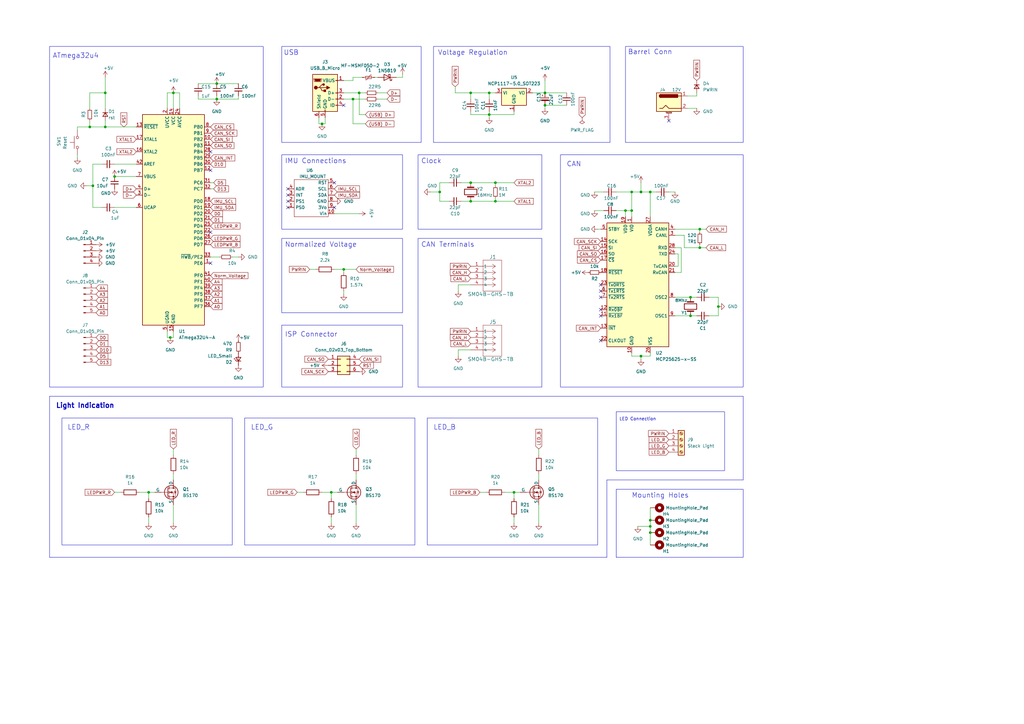
<source format=kicad_sch>
(kicad_sch (version 20231120) (generator "eeschema") (generator_version "8.0")
  (paper "A3")
  (junction (at 200.66 46.99))
  (junction (at 140.97 110.49))
  (junction (at 193.04 38.1))
  (junction (at 287.02 101.6))
  (junction (at 294.64 125.73))
  (junction (at 256.54 86.36))
  (junction (at 135.89 201.93))
  (junction (at 147.32 38.1))
  (junction (at 193.04 82.55))
  (junction (at 266.7 215.9))
  (junction (at 223.52 43.18))
  (junction (at 200.66 38.1))
  (junction (at 193.04 74.93))
  (junction (at 60.96 201.93))
  (junction (at 43.18 38.1))
  (junction (at 223.52 38.1))
  (junction (at 266.7 213.36))
  (junction (at 203.2 82.55))
  (junction (at 36.83 52.07))
  (junction (at 38.1 76.2))
  (junction (at 210.82 201.93))
  (junction (at 88.9 40.64))
  (junction (at 46.99 72.39))
  (junction (at 88.9 34.29))
  (junction (at 69.85 138.43))
  (junction (at 283.21 121.92))
  (junction (at 203.2 74.93))
  (junction (at 283.21 129.54))
  (junction (at 287.02 93.98))
  (junction (at 144.78 40.64))
  (junction (at 71.12 38.1))
  (junction (at 259.08 78.74))
  (junction (at 259.08 86.36))
  (junction (at 180.34 78.74))
  (junction (at 43.18 52.07))
  (junction (at 132.08 50.8))
  (junction (at 262.89 146.05))
  (junction (at 266.7 218.44))
  (junction (at 266.7 78.74))
  (junction (at 262.89 78.74))
  (no_connect (at 137.16 85.09))
  (no_connect (at 118.11 82.55))
  (no_connect (at 246.38 116.84))
  (no_connect (at 140.97 43.18))
  (no_connect (at 118.11 77.47))
  (no_connect (at 118.11 85.09))
  (no_connect (at 86.36 95.25))
  (no_connect (at 246.38 129.54))
  (no_connect (at 246.38 127))
  (no_connect (at 274.32 49.53))
  (no_connect (at 86.36 107.95))
  (no_connect (at 246.38 139.7))
  (no_connect (at 86.36 69.85))
  (no_connect (at 86.36 62.23))
  (no_connect (at 137.16 74.93))
  (no_connect (at 246.38 121.92))
  (no_connect (at 246.38 119.38))
  (no_connect (at 118.11 80.01))
  (wire (pts (xy 259.08 78.74) (xy 262.89 78.74)))
  (wire (pts (xy 137.16 110.49) (xy 140.97 110.49)))
  (wire (pts (xy 132.08 201.93) (xy 135.89 201.93)))
  (wire (pts (xy 200.66 46.99) (xy 200.66 48.26)))
  (wire (pts (xy 262.89 146.05) (xy 266.7 146.05)))
  (wire (pts (xy 218.44 38.1) (xy 223.52 38.1)))
  (wire (pts (xy 276.86 101.6) (xy 279.4 101.6)))
  (wire (pts (xy 186.69 35.56) (xy 186.69 38.1)))
  (wire (pts (xy 35.56 76.2) (xy 38.1 76.2)))
  (wire (pts (xy 262.89 147.32) (xy 262.89 146.05)))
  (wire (pts (xy 87.63 77.47) (xy 86.36 77.47)))
  (wire (pts (xy 289.56 93.98) (xy 287.02 93.98)))
  (wire (pts (xy 193.04 38.1) (xy 193.04 40.64)))
  (wire (pts (xy 140.97 33.02) (xy 144.78 33.02)))
  (wire (pts (xy 287.02 101.6) (xy 280.67 101.6)))
  (wire (pts (xy 43.18 31.75) (xy 43.18 38.1)))
  (polyline (pts (xy 248.92 196.85) (xy 248.92 228.6)))
  (wire (pts (xy 200.66 38.1) (xy 200.66 40.64)))
  (wire (pts (xy 71.12 138.43) (xy 69.85 138.43)))
  (wire (pts (xy 279.4 101.6) (xy 279.4 111.76)))
  (wire (pts (xy 140.97 40.64) (xy 144.78 40.64)))
  (wire (pts (xy 176.53 78.74) (xy 180.34 78.74)))
  (wire (pts (xy 73.66 44.45) (xy 73.66 38.1)))
  (wire (pts (xy 31.75 53.34) (xy 31.75 52.07)))
  (wire (pts (xy 57.15 201.93) (xy 60.96 201.93)))
  (wire (pts (xy 146.05 207.01) (xy 146.05 214.63)))
  (wire (pts (xy 294.64 121.92) (xy 290.83 121.92)))
  (wire (pts (xy 187.96 143.51) (xy 193.04 143.51)))
  (wire (pts (xy 180.34 74.93) (xy 184.15 74.93)))
  (polyline (pts (xy 304.8 162.56) (xy 304.8 196.85)))
  (wire (pts (xy 147.32 38.1) (xy 149.86 38.1)))
  (polyline (pts (xy 20.32 162.56) (xy 304.8 162.56)))
  (wire (pts (xy 121.92 201.93) (xy 124.46 201.93)))
  (wire (pts (xy 285.75 39.37) (xy 285.75 38.1)))
  (wire (pts (xy 187.96 119.38) (xy 187.96 116.84)))
  (wire (pts (xy 287.02 95.25) (xy 287.02 93.98)))
  (wire (pts (xy 81.28 40.64) (xy 88.9 40.64)))
  (wire (pts (xy 71.12 184.15) (xy 71.12 186.69)))
  (wire (pts (xy 223.52 38.1) (xy 232.41 38.1)))
  (wire (pts (xy 281.94 39.37) (xy 285.75 39.37)))
  (wire (pts (xy 95.25 105.41) (xy 97.79 105.41)))
  (wire (pts (xy 68.58 138.43) (xy 69.85 138.43)))
  (wire (pts (xy 147.32 38.1) (xy 147.32 46.99)))
  (wire (pts (xy 60.96 201.93) (xy 60.96 204.47)))
  (wire (pts (xy 279.4 111.76) (xy 276.86 111.76)))
  (wire (pts (xy 38.1 85.09) (xy 41.91 85.09)))
  (wire (pts (xy 68.58 44.45) (xy 68.58 38.1)))
  (wire (pts (xy 135.89 201.93) (xy 135.89 204.47)))
  (wire (pts (xy 180.34 78.74) (xy 180.34 82.55)))
  (wire (pts (xy 68.58 38.1) (xy 71.12 38.1)))
  (wire (pts (xy 148.59 31.75) (xy 144.78 31.75)))
  (wire (pts (xy 46.99 72.39) (xy 55.88 72.39)))
  (wire (pts (xy 203.2 81.28) (xy 203.2 82.55)))
  (wire (pts (xy 133.35 48.26) (xy 133.35 50.8)))
  (wire (pts (xy 140.97 119.38) (xy 140.97 120.65)))
  (wire (pts (xy 137.16 87.63) (xy 147.32 87.63)))
  (wire (pts (xy 43.18 38.1) (xy 43.18 44.45)))
  (wire (pts (xy 262.89 74.93) (xy 262.89 78.74)))
  (wire (pts (xy 36.83 38.1) (xy 43.18 38.1)))
  (wire (pts (xy 266.7 88.9) (xy 266.7 78.74)))
  (wire (pts (xy 266.7 146.05) (xy 266.7 144.78)))
  (wire (pts (xy 223.52 43.18) (xy 232.41 43.18)))
  (wire (pts (xy 200.66 38.1) (xy 203.2 38.1)))
  (wire (pts (xy 220.98 194.31) (xy 220.98 196.85)))
  (wire (pts (xy 289.56 101.6) (xy 287.02 101.6)))
  (wire (pts (xy 71.12 207.01) (xy 71.12 214.63)))
  (wire (pts (xy 269.24 78.74) (xy 266.7 78.74)))
  (wire (pts (xy 68.58 135.89) (xy 68.58 138.43)))
  (wire (pts (xy 154.94 38.1) (xy 158.75 38.1)))
  (wire (pts (xy 256.54 86.36) (xy 259.08 86.36)))
  (wire (pts (xy 189.23 74.93) (xy 193.04 74.93)))
  (wire (pts (xy 71.12 38.1) (xy 71.12 44.45)))
  (wire (pts (xy 146.05 194.31) (xy 146.05 196.85)))
  (wire (pts (xy 154.94 40.64) (xy 158.75 40.64)))
  (wire (pts (xy 186.69 38.1) (xy 193.04 38.1)))
  (wire (pts (xy 256.54 86.36) (xy 256.54 88.9)))
  (wire (pts (xy 140.97 38.1) (xy 147.32 38.1)))
  (wire (pts (xy 276.86 104.14) (xy 278.13 104.14)))
  (polyline (pts (xy 304.8 196.85) (xy 248.92 196.85)))
  (wire (pts (xy 259.08 146.05) (xy 262.89 146.05)))
  (wire (pts (xy 88.9 39.37) (xy 88.9 40.64)))
  (wire (pts (xy 280.67 96.52) (xy 276.86 96.52)))
  (wire (pts (xy 71.12 135.89) (xy 71.12 138.43)))
  (wire (pts (xy 281.94 44.45) (xy 285.75 44.45)))
  (wire (pts (xy 87.63 74.93) (xy 86.36 74.93)))
  (wire (pts (xy 193.04 45.72) (xy 193.04 46.99)))
  (wire (pts (xy 210.82 46.99) (xy 200.66 46.99)))
  (wire (pts (xy 88.9 40.64) (xy 97.79 40.64)))
  (wire (pts (xy 144.78 40.64) (xy 144.78 50.8)))
  (wire (pts (xy 81.28 40.64) (xy 81.28 39.37)))
  (wire (pts (xy 266.7 208.28) (xy 266.7 213.36)))
  (wire (pts (xy 135.89 212.09) (xy 135.89 214.63)))
  (wire (pts (xy 189.23 82.55) (xy 193.04 82.55)))
  (wire (pts (xy 43.18 52.07) (xy 55.88 52.07)))
  (wire (pts (xy 252.73 86.36) (xy 256.54 86.36)))
  (wire (pts (xy 196.85 201.93) (xy 199.39 201.93)))
  (wire (pts (xy 140.97 110.49) (xy 146.05 110.49)))
  (wire (pts (xy 287.02 93.98) (xy 276.86 93.98)))
  (wire (pts (xy 210.82 201.93) (xy 210.82 204.47)))
  (wire (pts (xy 210.82 212.09) (xy 210.82 214.63)))
  (wire (pts (xy 41.91 67.31) (xy 38.1 67.31)))
  (wire (pts (xy 223.52 43.18) (xy 223.52 44.45)))
  (wire (pts (xy 193.04 46.99) (xy 200.66 46.99)))
  (wire (pts (xy 130.81 50.8) (xy 132.08 50.8)))
  (wire (pts (xy 193.04 82.55) (xy 203.2 82.55)))
  (wire (pts (xy 276.86 78.74) (xy 274.32 78.74)))
  (wire (pts (xy 223.52 33.02) (xy 223.52 38.1)))
  (wire (pts (xy 165.1 31.75) (xy 165.1 30.48)))
  (wire (pts (xy 86.36 105.41) (xy 90.17 105.41)))
  (wire (pts (xy 278.13 109.22) (xy 276.86 109.22)))
  (wire (pts (xy 46.99 85.09) (xy 55.88 85.09)))
  (wire (pts (xy 193.04 38.1) (xy 200.66 38.1)))
  (wire (pts (xy 287.02 100.33) (xy 287.02 101.6)))
  (wire (pts (xy 132.08 50.8) (xy 133.35 50.8)))
  (wire (pts (xy 38.1 67.31) (xy 38.1 76.2)))
  (polyline (pts (xy 20.32 228.6) (xy 20.32 162.56)))
  (wire (pts (xy 73.66 38.1) (xy 71.12 38.1)))
  (wire (pts (xy 36.83 49.53) (xy 36.83 52.07)))
  (wire (pts (xy 147.32 46.99) (xy 149.86 46.99)))
  (wire (pts (xy 38.1 76.2) (xy 38.1 85.09)))
  (wire (pts (xy 294.64 129.54) (xy 290.83 129.54)))
  (wire (pts (xy 55.88 67.31) (xy 46.99 67.31)))
  (wire (pts (xy 193.04 74.93) (xy 203.2 74.93)))
  (wire (pts (xy 266.7 215.9) (xy 266.7 218.44)))
  (wire (pts (xy 36.83 44.45) (xy 36.83 38.1)))
  (wire (pts (xy 210.82 201.93) (xy 213.36 201.93)))
  (wire (pts (xy 130.81 48.26) (xy 130.81 50.8)))
  (wire (pts (xy 60.96 212.09) (xy 60.96 214.63)))
  (wire (pts (xy 245.11 93.98) (xy 246.38 93.98)))
  (wire (pts (xy 210.82 45.72) (xy 210.82 46.99)))
  (wire (pts (xy 187.96 146.05) (xy 187.96 143.51)))
  (wire (pts (xy 36.83 52.07) (xy 43.18 52.07)))
  (wire (pts (xy 261.62 215.9) (xy 266.7 215.9)))
  (wire (pts (xy 243.84 86.36) (xy 247.65 86.36)))
  (wire (pts (xy 294.64 121.92) (xy 294.64 125.73)))
  (wire (pts (xy 276.86 121.92) (xy 283.21 121.92)))
  (wire (pts (xy 220.98 184.15) (xy 220.98 186.69)))
  (wire (pts (xy 81.28 34.29) (xy 88.9 34.29)))
  (wire (pts (xy 266.7 78.74) (xy 262.89 78.74)))
  (wire (pts (xy 144.78 40.64) (xy 149.86 40.64)))
  (wire (pts (xy 203.2 82.55) (xy 210.82 82.55)))
  (wire (pts (xy 144.78 50.8) (xy 149.86 50.8)))
  (wire (pts (xy 283.21 121.92) (xy 285.75 121.92)))
  (wire (pts (xy 31.75 52.07) (xy 36.83 52.07)))
  (polyline (pts (xy 248.92 228.6) (xy 20.32 228.6)))
  (wire (pts (xy 203.2 74.93) (xy 203.2 76.2)))
  (wire (pts (xy 278.13 104.14) (xy 278.13 109.22)))
  (wire (pts (xy 88.9 34.29) (xy 97.79 34.29)))
  (wire (pts (xy 144.78 31.75) (xy 144.78 33.02)))
  (wire (pts (xy 71.12 194.31) (xy 71.12 196.85)))
  (wire (pts (xy 46.99 201.93) (xy 49.53 201.93)))
  (wire (pts (xy 153.67 31.75) (xy 154.94 31.75)))
  (wire (pts (xy 60.96 201.93) (xy 63.5 201.93)))
  (wire (pts (xy 259.08 86.36) (xy 259.08 88.9)))
  (wire (pts (xy 162.56 31.75) (xy 165.1 31.75)))
  (wire (pts (xy 146.05 184.15) (xy 146.05 186.69)))
  (wire (pts (xy 252.73 78.74) (xy 259.08 78.74)))
  (wire (pts (xy 283.21 129.54) (xy 285.75 129.54)))
  (wire (pts (xy 135.89 201.93) (xy 138.43 201.93)))
  (wire (pts (xy 259.08 78.74) (xy 259.08 86.36)))
  (wire (pts (xy 276.86 129.54) (xy 283.21 129.54)))
  (wire (pts (xy 203.2 74.93) (xy 210.82 74.93)))
  (wire (pts (xy 180.34 82.55) (xy 184.15 82.55)))
  (wire (pts (xy 97.79 40.64) (xy 97.79 39.37)))
  (wire (pts (xy 140.97 111.76) (xy 140.97 110.49)))
  (wire (pts (xy 266.7 218.44) (xy 266.7 223.52)))
  (wire (pts (xy 127 110.49) (xy 129.54 110.49)))
  (wire (pts (xy 43.18 49.53) (xy 43.18 52.07)))
  (wire (pts (xy 243.84 78.74) (xy 247.65 78.74)))
  (wire (pts (xy 207.01 201.93) (xy 210.82 201.93)))
  (wire (pts (xy 266.7 213.36) (xy 266.7 215.9)))
  (wire (pts (xy 259.08 144.78) (xy 259.08 146.05)))
  (wire (pts (xy 31.75 63.5) (xy 31.75 64.77)))
  (wire (pts (xy 220.98 207.01) (xy 220.98 214.63)))
  (wire (pts (xy 280.67 101.6) (xy 280.67 96.52)))
  (wire (pts (xy 180.34 78.74) (xy 180.34 74.93)))
  (wire (pts (xy 294.64 129.54) (xy 294.64 125.73)))
  (wire (pts (xy 200.66 45.72) (xy 200.66 46.99)))
  (wire (pts (xy 187.96 116.84) (xy 193.04 116.84)))
  (rectangle (start 171.45 97.79) (end 222.25 158.75))
  (rectangle (start 256.54 19.05) (end 304.8 58.42))
  (rectangle (start 171.45 63.5) (end 222.25 93.98))
  (rectangle (start 115.57 133.35) (end 165.1 158.75))
  (rectangle (start 20.32 19.05) (end 107.95 158.75))
  (rectangle (start 100.33 171.45) (end 170.18 223.52))
  (rectangle (start 175.26 171.45) (end 245.11 223.52))
  (rectangle (start 252.73 200.66) (end 304.8 228.6))
  (rectangle (start 229.87 63.5) (end 304.8 158.75))
  (rectangle (start 115.57 19.05) (end 172.72 58.42))
  (rectangle (start 115.57 97.79) (end 165.1 128.27))
  (rectangle (start 25.4 171.45) (end 95.25 223.52))
  (rectangle (start 115.57 63.5) (end 165.1 93.98))
  (rectangle (start 252.73 168.91) (end 297.18 193.04))
  (rectangle (start 177.8 19.05) (end 250.19 58.42))
  (text "Mounting Holes" (at 259.08 204.47 0) (effects (font (size 2 2)) (justify left bottom)))
  (text "Voltage Regulation" (at 179.578 22.86 0) (effects (font (size 2 2)) (justify left bottom)))
  (text "CAN" (at 232.41 68.58 0) (effects (font (size 2 2)) (justify left bottom)))
  (text "CAN Terminals" (at 172.72 101.6 0) (effects (font (size 2 2)) (justify left bottom)))
  (text "USB\n" (at 116.332 22.86 0) (effects (font (size 2 2)) (justify left bottom)))
  (text "Light Indication" (at 22.86 167.64 0) (effects (font (size 2 2) (thickness 0.4) (bold yes)) (justify left bottom)))
  (text "Barrel Conn\n" (at 257.556 22.606 0) (effects (font (size 2 2)) (justify left bottom)))
  (text "LED_R" (at 27.686 176.53 0) (effects (font (size 2 2)) (justify left bottom)))
  (text "Normalized Voltage" (at 116.84 101.6 0) (effects (font (size 2 2)) (justify left bottom)))
  (text "ISP Connector\n" (at 116.84 138.43 0) (effects (font (size 2 2)) (justify left bottom)))
  (text "IMU Connections\n" (at 116.84 67.31 0) (effects (font (size 2 2)) (justify left bottom)))
  (text "Clock\n" (at 172.72 67.31 0) (effects (font (size 2 2)) (justify left bottom)))
  (text "LED Connection" (at 254 172.72 0) (effects (font (size 1.27 1.27)) (justify left bottom)))
  (text "LED_B\n" (at 177.8 176.53 0) (effects (font (size 2 2)) (justify left bottom)))
  (text "LED_G" (at 102.87 176.53 0) (effects (font (size 2 2)) (justify left bottom)))
  (text "ATmega32u4\n" (at 21.59 24.13 0) (effects (font (size 2 2)) (justify left bottom)))
  (global_label "D+" (shape input) (at 55.88 77.47 180) (property "Intersheetrefs" "${INTERSHEET_REFS}" (at 50.0524 77.47 0) (effects (justify right))))
  (global_label "A1" (shape input) (at 86.36 123.19 0) (property "Intersheetrefs" "${INTERSHEET_REFS}" (at 91.6433 123.19 0) (effects (justify left))))
  (global_label "PWRIN" (shape input) (at 193.04 109.22 180) (property "Intersheetrefs" "${INTERSHEET_REFS}" (at 184.1281 109.22 0) (effects (justify right))))
  (global_label "CAN_SO" (shape input) (at 246.38 104.14 180) (property "Intersheetrefs" "${INTERSHEET_REFS}" (at 236.1981 104.14 0) (effects (justify right))))
  (global_label "LED_B" (shape input) (at 220.98 184.15 90) (property "Intersheetrefs" "${INTERSHEET_REFS}" (at 220.98 175.4801 90) (effects (justify left))))
  (global_label "LED_R" (shape input) (at 274.32 180.34 180) (property "Intersheetrefs" "${INTERSHEET_REFS}" (at 265.6501 180.34 0) (effects (justify right))))
  (global_label "CAN_SI" (shape input) (at 86.36 57.15 0) (property "Intersheetrefs" "${INTERSHEET_REFS}" (at 95.8162 57.15 0) (effects (justify left))))
  (global_label "CAN_CS" (shape input) (at 86.36 52.07 0) (property "Intersheetrefs" "${INTERSHEET_REFS}" (at 96.4814 52.07 0) (effects (justify left))))
  (global_label "A2" (shape input) (at 86.36 120.65 0) (property "Intersheetrefs" "${INTERSHEET_REFS}" (at 91.6433 120.65 0) (effects (justify left))))
  (global_label "IMU_SCL" (shape input) (at 137.16 77.47 0) (property "Intersheetrefs" "${INTERSHEET_REFS}" (at 148.0071 77.47 0) (effects (justify left))))
  (global_label "CAN_SO" (shape input) (at 86.36 59.69 0) (property "Intersheetrefs" "${INTERSHEET_REFS}" (at 96.5419 59.69 0) (effects (justify left))))
  (global_label "D10" (shape input) (at 39.37 143.51 0) (property "Intersheetrefs" "${INTERSHEET_REFS}" (at 46.0442 143.51 0) (effects (justify left))))
  (global_label "(USB) D+" (shape input) (at 149.86 46.99 0) (property "Intersheetrefs" "${INTERSHEET_REFS}" (at 162.1586 46.99 0) (effects (justify left))))
  (global_label "A1" (shape input) (at 39.37 125.73 0) (property "Intersheetrefs" "${INTERSHEET_REFS}" (at 44.6533 125.73 0) (effects (justify left))))
  (global_label "IMU_SDA" (shape input) (at 86.36 85.09 0) (property "Intersheetrefs" "${INTERSHEET_REFS}" (at 97.2676 85.09 0) (effects (justify left))))
  (global_label "CAN_INT" (shape input) (at 86.36 64.77 0) (property "Intersheetrefs" "${INTERSHEET_REFS}" (at 96.9048 64.77 0) (effects (justify left))))
  (global_label "A0" (shape input) (at 86.36 125.73 0) (property "Intersheetrefs" "${INTERSHEET_REFS}" (at 91.6433 125.73 0) (effects (justify left))))
  (global_label "LEDPWR_B" (shape input) (at 86.36 100.33 0) (property "Intersheetrefs" "${INTERSHEET_REFS}" (at 99.0213 100.33 0) (effects (justify left))))
  (global_label "LED_R" (shape input) (at 71.12 184.15 90) (property "Intersheetrefs" "${INTERSHEET_REFS}" (at 71.12 175.4801 90) (effects (justify left))))
  (global_label "LEDPWR_G" (shape input) (at 121.92 201.93 180) (property "Intersheetrefs" "${INTERSHEET_REFS}" (at 109.2587 201.93 0) (effects (justify right))))
  (global_label "D0" (shape input) (at 86.36 87.63 0) (property "Intersheetrefs" "${INTERSHEET_REFS}" (at 91.8247 87.63 0) (effects (justify left))))
  (global_label "D13" (shape input) (at 39.37 148.59 0) (property "Intersheetrefs" "${INTERSHEET_REFS}" (at 46.0442 148.59 0) (effects (justify left))))
  (global_label "D1" (shape input) (at 39.37 140.97 0) (property "Intersheetrefs" "${INTERSHEET_REFS}" (at 44.8347 140.97 0) (effects (justify left))))
  (global_label "CAN_SCK" (shape input) (at 246.38 99.06 180) (property "Intersheetrefs" "${INTERSHEET_REFS}" (at 234.9886 99.06 0) (effects (justify right))))
  (global_label "D10" (shape input) (at 86.36 67.31 0) (property "Intersheetrefs" "${INTERSHEET_REFS}" (at 93.0342 67.31 0) (effects (justify left))))
  (global_label "D5" (shape input) (at 87.63 74.93 0) (property "Intersheetrefs" "${INTERSHEET_REFS}" (at 93.0947 74.93 0) (effects (justify left))))
  (global_label "LED_G" (shape input) (at 146.05 184.15 90) (property "Intersheetrefs" "${INTERSHEET_REFS}" (at 146.05 175.4801 90) (effects (justify left))))
  (global_label "IMU_SCL" (shape input) (at 86.36 82.55 0) (property "Intersheetrefs" "${INTERSHEET_REFS}" (at 97.2071 82.55 0) (effects (justify left))))
  (global_label "PWRIN" (shape input) (at 274.32 177.8 180) (property "Intersheetrefs" "${INTERSHEET_REFS}" (at 265.4081 177.8 0) (effects (justify right))))
  (global_label "D13" (shape input) (at 87.63 77.47 0) (property "Intersheetrefs" "${INTERSHEET_REFS}" (at 94.3042 77.47 0) (effects (justify left))))
  (global_label "A3" (shape input) (at 86.36 118.11 0) (property "Intersheetrefs" "${INTERSHEET_REFS}" (at 91.6433 118.11 0) (effects (justify left))))
  (global_label "D-" (shape input) (at 55.88 80.01 180) (property "Intersheetrefs" "${INTERSHEET_REFS}" (at 50.0524 80.01 0) (effects (justify right))))
  (global_label "CAN_SCK" (shape input) (at 134.62 152.4 180) (property "Intersheetrefs" "${INTERSHEET_REFS}" (at 123.2286 152.4 0) (effects (justify right))))
  (global_label "Norm_Voltage" (shape input) (at 146.05 110.49 0) (property "Intersheetrefs" "${INTERSHEET_REFS}" (at 161.9769 110.49 0) (effects (justify left))))
  (global_label "XTAL2" (shape input) (at 210.82 74.93 0) (property "Intersheetrefs" "${INTERSHEET_REFS}" (at 219.3085 74.93 0) (effects (justify left))))
  (global_label "PWRIN" (shape input) (at 193.04 135.89 180) (property "Intersheetrefs" "${INTERSHEET_REFS}" (at 184.1281 135.89 0) (effects (justify right))))
  (global_label "XTAL1" (shape input) (at 55.88 57.15 180) (property "Intersheetrefs" "${INTERSHEET_REFS}" (at 47.3915 57.15 0) (effects (justify right))))
  (global_label "RST" (shape input) (at 50.8 52.07 90) (property "Intersheetrefs" "${INTERSHEET_REFS}" (at 50.8 45.6377 90) (effects (justify left))))
  (global_label "PWRIN" (shape input) (at 285.75 33.02 90) (property "Intersheetrefs" "${INTERSHEET_REFS}" (at 285.75 24.1081 90) (effects (justify left))))
  (global_label "CAN_INT" (shape input) (at 246.38 134.62 180) (property "Intersheetrefs" "${INTERSHEET_REFS}" (at 235.8352 134.62 0) (effects (justify right))))
  (global_label "A0" (shape input) (at 39.37 128.27 0) (property "Intersheetrefs" "${INTERSHEET_REFS}" (at 44.6533 128.27 0) (effects (justify left))))
  (global_label "A3" (shape input) (at 39.37 120.65 0) (property "Intersheetrefs" "${INTERSHEET_REFS}" (at 44.6533 120.65 0) (effects (justify left))))
  (global_label "LEDPWR_G" (shape input) (at 86.36 97.79 0) (property "Intersheetrefs" "${INTERSHEET_REFS}" (at 99.0213 97.79 0) (effects (justify left))))
  (global_label "LEDPWR_R" (shape input) (at 86.36 92.71 0) (property "Intersheetrefs" "${INTERSHEET_REFS}" (at 99.0213 92.71 0) (effects (justify left))))
  (global_label "CAN_SO" (shape input) (at 134.62 147.32 180) (property "Intersheetrefs" "${INTERSHEET_REFS}" (at 124.4381 147.32 0) (effects (justify right))))
  (global_label "LED_G" (shape input) (at 274.32 182.88 180) (property "Intersheetrefs" "${INTERSHEET_REFS}" (at 265.6501 182.88 0) (effects (justify right))))
  (global_label "CAN_H" (shape input) (at 193.04 111.76 180) (property "Intersheetrefs" "${INTERSHEET_REFS}" (at 184.0676 111.76 0) (effects (justify right))))
  (global_label "D+" (shape input) (at 158.75 38.1 0) (property "Intersheetrefs" "${INTERSHEET_REFS}" (at 164.5776 38.1 0) (effects (justify left))))
  (global_label "CAN_L" (shape input) (at 289.56 101.6 0) (property "Intersheetrefs" "${INTERSHEET_REFS}" (at 298.23 101.6 0) (effects (justify left))))
  (global_label "CAN_SI" (shape input) (at 246.38 101.6 180) (property "Intersheetrefs" "${INTERSHEET_REFS}" (at 236.9238 101.6 0) (effects (justify right))))
  (global_label "A4" (shape input) (at 86.36 115.57 0) (property "Intersheetrefs" "${INTERSHEET_REFS}" (at 91.6433 115.57 0) (effects (justify left))))
  (global_label "PWRIN" (shape input) (at 186.69 35.56 90) (property "Intersheetrefs" "${INTERSHEET_REFS}" (at 186.69 26.6481 90) (effects (justify left))))
  (global_label "LED_B" (shape input) (at 274.32 185.42 180) (property "Intersheetrefs" "${INTERSHEET_REFS}" (at 265.6501 185.42 0) (effects (justify right))))
  (global_label "A4" (shape input) (at 39.37 118.11 0) (property "Intersheetrefs" "${INTERSHEET_REFS}" (at 44.6533 118.11 0) (effects (justify left))))
  (global_label "XTAL2" (shape input) (at 55.88 62.23 180) (property "Intersheetrefs" "${INTERSHEET_REFS}" (at 47.3915 62.23 0) (effects (justify right))))
  (global_label "Norm_Voltage" (shape input) (at 86.36 113.03 0) (property "Intersheetrefs" "${INTERSHEET_REFS}" (at 102.2869 113.03 0) (effects (justify left))))
  (global_label "A2" (shape input) (at 39.37 123.19 0) (property "Intersheetrefs" "${INTERSHEET_REFS}" (at 44.6533 123.19 0) (effects (justify left))))
  (global_label "CAN_L" (shape input) (at 193.04 114.3 180) (property "Intersheetrefs" "${INTERSHEET_REFS}" (at 184.37 114.3 0) (effects (justify right))))
  (global_label "D5" (shape input) (at 39.37 146.05 0) (property "Intersheetrefs" "${INTERSHEET_REFS}" (at 44.8347 146.05 0) (effects (justify left))))
  (global_label "XTAL1" (shape input) (at 210.82 82.55 0) (property "Intersheetrefs" "${INTERSHEET_REFS}" (at 219.3085 82.55 0) (effects (justify left))))
  (global_label "PWRIN" (shape input) (at 127 110.49 180) (property "Intersheetrefs" "${INTERSHEET_REFS}" (at 118.0881 110.49 0) (effects (justify right))))
  (global_label "IMU_SDA" (shape input) (at 137.16 80.01 0) (property "Intersheetrefs" "${INTERSHEET_REFS}" (at 148.0676 80.01 0) (effects (justify left))))
  (global_label "LEDPWR_B" (shape input) (at 196.85 201.93 180) (property "Intersheetrefs" "${INTERSHEET_REFS}" (at 184.1887 201.93 0) (effects (justify right))))
  (global_label "RST" (shape input) (at 147.32 149.86 0) (property "Intersheetrefs" "${INTERSHEET_REFS}" (at 153.7523 149.86 0) (effects (justify left))))
  (global_label "CAN_SI" (shape input) (at 147.32 147.32 0) (property "Intersheetrefs" "${INTERSHEET_REFS}" (at 156.7762 147.32 0) (effects (justify left))))
  (global_label "CAN_SCK" (shape input) (at 86.36 54.61 0) (property "Intersheetrefs" "${INTERSHEET_REFS}" (at 97.7514 54.61 0) (effects (justify left))))
  (global_label "(USB) D-" (shape input) (at 149.86 50.8 0) (property "Intersheetrefs" "${INTERSHEET_REFS}" (at 162.1586 50.8 0) (effects (justify left))))
  (global_label "CAN_L" (shape input) (at 193.04 140.97 180) (property "Intersheetrefs" "${INTERSHEET_REFS}" (at 184.37 140.97 0) (effects (justify right))))
  (global_label "CAN_H" (shape input) (at 289.56 93.98 0) (property "Intersheetrefs" "${INTERSHEET_REFS}" (at 298.5324 93.98 0) (effects (justify left))))
  (global_label "LEDPWR_R" (shape input) (at 46.99 201.93 180) (property "Intersheetrefs" "${INTERSHEET_REFS}" (at 34.3287 201.93 0) (effects (justify right))))
  (global_label "CAN_CS" (shape input) (at 246.38 106.68 180) (property "Intersheetrefs" "${INTERSHEET_REFS}" (at 236.2586 106.68 0) (effects (justify right))))
  (global_label "D-" (shape input) (at 158.75 40.64 0) (property "Intersheetrefs" "${INTERSHEET_REFS}" (at 164.5776 40.64 0) (effects (justify left))))
  (global_label "D1" (shape input) (at 86.36 90.17 0) (property "Intersheetrefs" "${INTERSHEET_REFS}" (at 91.8247 90.17 0) (effects (justify left))))
  (global_label "D0" (shape input) (at 39.37 138.43 0) (property "Intersheetrefs" "${INTERSHEET_REFS}" (at 44.8347 138.43 0) (effects (justify left))))
  (global_label "CAN_H" (shape input) (at 193.04 138.43 180) (property "Intersheetrefs" "${INTERSHEET_REFS}" (at 184.0676 138.43 0) (effects (justify right))))
  (global_label "PWRIN" (shape input) (at 238.76 48.26 90) (property "Intersheetrefs" "${INTERSHEET_REFS}" (at 238.76 39.3481 90) (effects (justify left))))
  (symbol (lib_id "power:GND") (at 35.56 76.2 270) (unit 1)
    (property "Reference" "#PWR010" (effects (hide yes)))
    (property "Value" "GND" (at 31.75 76.2 90) (effects (justify right)))
  )
  (symbol (lib_id "Connector:Conn_01x05_Pin") (at 34.29 123.19 0) (unit 1)
    (property "Reference" "J8" (at 34.925 113.03 0))
    (property "Value" "Conn_01x05_Pin" (at 34.925 115.57 0))
    (property "Footprint" "Connector_PinHeader_2.54mm:PinHeader_1x05_P2.54mm_Vertical" (effects (hide yes)))
  )
  (symbol (lib_id "Device:C_Small") (at 81.28 36.83 0) (unit 1)
    (property "Reference" "C15" (at 82.55 35.56 0) (effects (justify left)))
    (property "Value" "1uF" (at 82.55 39.37 0) (effects (justify left)))
    (property "Footprint" "Capacitor_SMD:C_0805_2012Metric_Pad1.18x1.45mm_HandSolder" (effects (hide yes)))
  )
  (symbol (lib_id "Mechanical:MountingHole_Pad") (at 269.24 208.28 270) (unit 1)
    (property "Reference" "H4" (at 271.78 210.82 90) (effects (justify left)))
    (property "Value" "MountingHole_Pad" (at 273.05 208.28 90) (effects (justify left)))
    (property "Footprint" "MountingHole:MountingHole_3.2mm_M3_DIN965_Pad" (effects (hide yes)))
  )
  (symbol (lib_id "power:+5V") (at 43.18 31.75 0) (unit 1)
    (property "Reference" "#PWR012" (effects (hide yes)))
    (property "Value" "+5V" (at 44.45 27.94 0))
  )
  (symbol (lib_id "Device:C_Small") (at 200.66 43.18 180) (unit 1)
    (property "Reference" "C11" (at 198.12 43.18 90))
    (property "Value" "10nF" (at 203.2 43.18 90))
    (property "Footprint" "Capacitor_SMD:C_0805_2012Metric_Pad1.18x1.45mm_HandSolder" (effects (hide yes)))
  )
  (symbol (lib_id "Device:R") (at 220.98 190.5 0) (unit 1)
    (property "Reference" "R22" (at 223.52 189.23 0) (effects (justify left)))
    (property "Value" "10k" (at 223.52 191.77 0) (effects (justify left)))
    (property "Footprint" "Resistor_SMD:R_0805_2012Metric_Pad1.20x1.40mm_HandSolder" (effects (hide yes)))
  )
  (symbol (lib_id "power:GND") (at 97.79 149.86 0) (unit 1)
    (property "Reference" "#PWR024" (effects (hide yes)))
    (property "Value" "GND" (at 97.79 154.94 0))
  )
  (symbol (lib_id "Simulation_SPICE:NMOS") (at 143.51 201.93 0) (unit 1)
    (property "Reference" "Q3" (at 149.86 200.66 0) (effects (justify left)))
    (property "Value" "BS170" (at 149.86 203.2 0) (effects (justify left)))
    (property "Footprint" "Package_TO_SOT_THT:TO-92_Inline" (effects (hide yes)))
    (property "Datasheet" "https://ngspice.sourceforge.io/docs/ngspice-manual.pdf" (effects (hide yes)))
    (property "Sim.Device" "NMOS" (effects (hide yes)))
    (property "Sim.Type" "VDMOS" (effects (hide yes)))
    (property "Sim.Pins" "1=D 2=G 3=S" (effects (hide yes)))
  )
  (symbol (lib_id "Device:C_Small") (at 97.79 36.83 0) (unit 1)
    (property "Reference" "C6" (at 99.06 35.56 0) (effects (justify left)))
    (property "Value" "100nF" (at 99.06 39.37 0) (effects (justify left)))
    (property "Footprint" "Capacitor_SMD:C_0805_2012Metric_Pad1.18x1.45mm_HandSolder" (effects (hide yes)))
  )
  (symbol (lib_id "Regulator_Linear:NCP1117-5.0_SOT223") (at 210.82 38.1 0) (unit 1)
    (property "Reference" "U5" (at 210.82 31.75 0))
    (property "Value" "NCP1117-5.0_SOT223" (at 210.82 34.29 0))
    (property "Footprint" "Package_TO_SOT_SMD:SOT-223-3_TabPin2" (effects (hide yes)))
    (property "Datasheet" "http://www.onsemi.com/pub_link/Collateral/NCP1117-D.PDF" (effects (hide yes)))
  )
  (symbol (lib_id "Device:C_Small") (at 288.29 129.54 270) (unit 1)
    (property "Reference" "C1" (at 288.29 134.62 90))
    (property "Value" "22pF" (at 288.29 132.08 90))
    (property "Footprint" "Capacitor_SMD:C_0805_2012Metric_Pad1.18x1.45mm_HandSolder" (effects (hide yes)))
  )
  (symbol (lib_id "Device:D_Small") (at 285.75 35.56 270) (unit 1)
    (property "Reference" "D4" (at 288.29 34.29 90) (effects (justify left)))
    (property "Value" "PWRIN" (at 288.29 36.83 90) (effects (justify left)))
    (property "Footprint" "Diode_SMD:D_SOD-323" (effects (hide yes)))
    (property "Sim.Device" "D" (effects (hide yes)))
    (property "Sim.Pins" "1=K 2=A" (effects (hide yes)))
  )
  (symbol (lib_id "power:+5V") (at 39.37 102.87 270) (unit 1)
    (property "Reference" "#PWR040" (effects (hide yes)))
    (property "Value" "+5V" (at 43.18 102.87 90) (effects (justify left)))
  )
  (symbol (lib_id "power:GND") (at 39.37 107.95 90) (unit 1)
    (property "Reference" "#PWR042" (effects (hide yes)))
    (property "Value" "GND" (at 43.18 107.95 90) (effects (justify right)))
  )
  (symbol (lib_id "Device:C_Small") (at 44.45 85.09 90) (unit 1)
    (property "Reference" "C4" (at 47.244 86.868 90))
    (property "Value" "1uF" (at 47.244 89.408 90))
    (property "Footprint" "Capacitor_SMD:C_0805_2012Metric_Pad1.18x1.45mm_HandSolder" (effects (hide yes)))
  )
  (symbol (lib_id "power:+5V") (at 39.37 100.33 270) (unit 1)
    (property "Reference" "#PWR05" (effects (hide yes)))
    (property "Value" "+5V" (at 43.18 100.33 90) (effects (justify left)))
  )
  (symbol (lib_id "power:GND") (at 132.08 50.8 0) (unit 1)
    (property "Reference" "#PWR015" (effects (hide yes)))
    (property "Value" "GND" (at 132.08 55.88 0))
  )
  (symbol (lib_id "power:+5V") (at 262.89 74.93 0) (unit 1)
    (property "Reference" "#PWR06" (effects (hide yes)))
    (property "Value" "+5V" (at 260.35 72.39 0))
  )
  (symbol (lib_id "Connector:Barrel_Jack_MountingPin") (at 274.32 41.91 0) (unit 1)
    (property "Reference" "J4" (at 270.51 36.83 0) (effects (justify left)))
    (property "Value" "12V" (at 275.59 36.83 0) (effects (justify left)))
    (property "Footprint" "Connector_BarrelJack:BarrelJack_Horizontal" (effects (hide yes)))
  )
  (symbol (lib_id "power:GND") (at 97.79 105.41 90) (unit 1)
    (property "Reference" "#PWR014" (effects (hide yes)))
    (property "Value" "GND" (at 101.6 105.41 90) (effects (justify right)))
  )
  (symbol (lib_id "Connector:Conn_01x05_Pin") (at 34.29 143.51 0) (unit 1)
    (property "Reference" "J7" (at 34.925 133.35 0))
    (property "Value" "Conn_01x05_Pin" (at 34.925 135.89 0))
    (property "Footprint" "Connector_PinHeader_2.54mm:PinHeader_1x05_P2.54mm_Vertical" (effects (hide yes)))
  )
  (symbol (lib_id "power:GND") (at 187.96 119.38 0) (unit 1)
    (property "Reference" "#PWR043" (effects (hide yes)))
    (property "Value" "GND" (at 187.96 124.46 0))
  )
  (symbol (lib_id "Device:C_Small") (at 271.78 78.74 90) (unit 1)
    (property "Reference" "C17" (at 273.05 81.28 90) (effects (justify left)))
    (property "Value" "100nF" (at 274.32 76.2 90) (effects (justify left)))
    (property "Footprint" "Capacitor_SMD:C_0805_2012Metric_Pad1.18x1.45mm_HandSolder" (effects (hide yes)))
  )
  (symbol (lib_id "New_Library:SM04B-GHS-TB") (at 193.04 109.22 0) (unit 1)
    (property "Reference" "J1" (at 200.66 105.41 0) (effects (font (size 1.524 1.524)) (justify left)))
    (property "Value" "SM04B-GHS-TB" (at 191.77 120.65 0) (effects (font (size 1.524 1.524)) (justify left)))
    (property "Footprint" "CONN_SM04B-GHS-TB_JST" (effects (hide yes)))
    (property "Datasheet" "SM04B-GHS-TB" (effects (hide yes)))
  )
  (symbol (lib_id "power:GND") (at 146.05 214.63 0) (unit 1)
    (property "Reference" "#PWR036" (effects (hide yes)))
    (property "Value" "GND" (at 146.05 219.71 0))
  )
  (symbol (lib_id "Device:Crystal") (at 283.21 125.73 270) (unit 1)
    (property "Reference" "Y1" (at 281.94 128.27 90) (effects (justify right)))
    (property "Value" "8Mhz" (at 281.94 123.19 90) (effects (justify right)))
    (property "Footprint" "Crystal:Crystal_HC49-4H_Vertical" (effects (hide yes)))
  )
  (symbol (lib_id "Device:R_Small") (at 152.4 40.64 270) (unit 1)
    (property "Reference" "R6" (at 154.94 43.18 90))
    (property "Value" "22" (at 152.4 43.18 90))
    (property "Footprint" "Resistor_SMD:R_0805_2012Metric_Pad1.20x1.40mm_HandSolder" (effects (hide yes)))
  )
  (symbol (lib_id "power:GND") (at 135.89 214.63 0) (unit 1)
    (property "Reference" "#PWR035" (effects (hide yes)))
    (property "Value" "GND" (at 135.89 219.71 0))
  )
  (symbol (lib_id "Device:R") (at 133.35 110.49 90) (unit 1)
    (property "Reference" "R8" (at 133.35 104.14 90))
    (property "Value" "2.2k" (at 133.35 106.68 90))
    (property "Footprint" "Resistor_SMD:R_0805_2012Metric_Pad1.20x1.40mm_HandSolder" (effects (hide yes)))
  )
  (symbol (lib_id "Mechanical:MountingHole_Pad") (at 269.24 218.44 270) (unit 1)
    (property "Reference" "H2" (at 271.78 220.98 90) (effects (justify left)))
    (property "Value" "MountingHole_Pad" (at 273.05 218.44 90) (effects (justify left)))
    (property "Footprint" "MountingHole:MountingHole_3.2mm_M3_DIN965_Pad" (effects (hide yes)))
  )
  (symbol (lib_id "power:GND") (at 243.84 78.74 0) (unit 1)
    (property "Reference" "#PWR03" (effects (hide yes)))
    (property "Value" "GND" (at 240.03 80.01 0))
  )
  (symbol (lib_id "power:GND") (at 285.75 44.45 0) (unit 1)
    (property "Reference" "#PWR028" (effects (hide yes)))
    (property "Value" "GND" (at 288.29 45.72 0) (effects (justify left)))
  )
  (symbol (lib_id "Device:R_Small") (at 243.84 111.76 90) (unit 1)
    (property "Reference" "R2" (at 243.84 114.3 90))
    (property "Value" "10k" (at 243.84 109.22 90))
    (property "Footprint" "Resistor_SMD:R_0805_2012Metric_Pad1.20x1.40mm_HandSolder" (effects (hide yes)))
  )
  (symbol (lib_id "power:GND") (at 200.66 48.26 0) (unit 1)
    (property "Reference" "#PWR021" (effects (hide yes)))
    (property "Value" "GND" (at 200.66 53.34 0))
  )
  (symbol (lib_id "Device:C_Small") (at 186.69 82.55 270) (unit 1)
    (property "Reference" "C10" (at 186.69 87.63 90))
    (property "Value" "22pF" (at 186.69 85.09 90))
    (property "Footprint" "Capacitor_SMD:C_0805_2012Metric_Pad1.18x1.45mm_HandSolder" (effects (hide yes)))
  )
  (symbol (lib_id "Device:C_Small") (at 250.19 86.36 270) (unit 1)
    (property "Reference" "C8" (at 248.92 83.82 90) (effects (justify left)))
    (property "Value" "100nF" (at 247.65 88.9 90) (effects (justify left)))
    (property "Footprint" "Capacitor_SMD:C_0805_2012Metric_Pad1.18x1.45mm_HandSolder" (effects (hide yes)))
  )
  (symbol (lib_id "power:+5V") (at 71.12 38.1 0) (unit 1)
    (property "Reference" "#PWR08" (effects (hide yes)))
    (property "Value" "+5V" (at 71.12 33.02 0))
  )
  (symbol (lib_id "power:GND") (at 276.86 78.74 0) (unit 1)
    (property "Reference" "#PWR07" (effects (hide yes)))
    (property "Value" "GND" (at 276.86 82.55 0))
  )
  (symbol (lib_id "power:GND") (at 69.85 138.43 0) (unit 1)
    (property "Reference" "#PWR09" (effects (hide yes)))
    (property "Value" "GND" (at 69.85 143.51 0))
  )
  (symbol (lib_id "power:GND") (at 147.32 152.4 90) (unit 1)
    (property "Reference" "#PWR032" (effects (hide yes)))
    (property "Value" "GND" (at 151.13 152.4 90) (effects (justify right)))
  )
  (symbol (lib_id "Device:Crystal") (at 193.04 78.74 90) (unit 1)
    (property "Reference" "Y2" (at 195.58 77.47 90) (effects (justify right)))
    (property "Value" "16MHz" (at 195.58 80.01 90) (effects (justify right)))
    (property "Footprint" "Crystal:Crystal_HC49-4H_Vertical" (effects (hide yes)))
  )
  (symbol (lib_id "Device:R_Small") (at 92.71 105.41 90) (unit 1)
    (property "Reference" "R4" (at 95.25 102.87 90))
    (property "Value" "10k" (at 95.25 107.95 90))
    (property "Footprint" "Resistor_SMD:R_0805_2012Metric_Pad1.20x1.40mm_HandSolder" (effects (hide yes)))
  )
  (symbol (lib_id "Device:R_Small") (at 203.2 78.74 0) (unit 1)
    (property "Reference" "R11" (at 204.47 77.47 0) (effects (justify left)))
    (property "Value" "1M" (at 204.47 80.01 0) (effects (justify left)))
    (property "Footprint" "Resistor_SMD:R_0805_2012Metric_Pad1.20x1.40mm_HandSolder" (effects (hide yes)))
  )
  (symbol (lib_id "Device:R") (at 146.05 190.5 0) (unit 1)
    (property "Reference" "R19" (at 148.59 189.23 0) (effects (justify left)))
    (property "Value" "10k" (at 148.59 191.77 0) (effects (justify left)))
    (property "Footprint" "Resistor_SMD:R_0805_2012Metric_Pad1.20x1.40mm_HandSolder" (effects (hide yes)))
  )
  (symbol (lib_id "Mechanical:MountingHole_Pad") (at 269.24 223.52 270) (unit 1)
    (property "Reference" "H1" (at 271.78 226.06 90) (effects (justify left)))
    (property "Value" "MountingHole_Pad" (at 273.05 223.52 90) (effects (justify left)))
    (property "Footprint" "MountingHole:MountingHole_3.2mm_M3_DIN965_Pad" (effects (hide yes)))
  )
  (symbol (lib_id "Device:R_Small") (at 152.4 38.1 90) (unit 1)
    (property "Reference" "R5" (at 154.94 35.56 90))
    (property "Value" "22" (at 152.4 35.56 90))
    (property "Footprint" "Resistor_SMD:R_0805_2012Metric_Pad1.20x1.40mm_HandSolder" (effects (hide yes)))
  )
  (symbol (lib_id "Mechanical:MountingHole_Pad") (at 269.24 213.36 270) (unit 1)
    (property "Reference" "H3" (at 271.78 215.9 90) (effects (justify left)))
    (property "Value" "MountingHole_Pad" (at 273.05 213.36 90) (effects (justify left)))
    (property "Footprint" "MountingHole:MountingHole_3.2mm_M3_DIN965_Pad" (effects (hide yes)))
  )
  (symbol (lib_id "Connector:Conn_01x04_Pin") (at 34.29 102.87 0) (unit 1)
    (property "Reference" "J2" (at 34.925 95.25 0))
    (property "Value" "Conn_01x04_Pin" (at 34.925 97.79 0))
    (property "Footprint" "Connector_PinHeader_2.54mm:PinHeader_1x04_P2.54mm_Vertical" (effects (hide yes)))
  )
  (symbol (lib_id "Device:R") (at 140.97 115.57 180) (unit 1)
    (property "Reference" "R10" (at 143.51 114.3 0) (effects (justify right)))
    (property "Value" "1.57k" (at 143.51 116.84 0) (effects (justify right)))
    (property "Footprint" "Resistor_SMD:R_0805_2012Metric_Pad1.20x1.40mm_HandSolder" (effects (hide yes)))
  )
  (symbol (lib_id "MCU_Microchip_ATmega:ATmega32U4-A") (at 71.12 90.17 0) (unit 1)
    (property "Reference" "U1" (at 73.3141 135.89 0) (effects (justify left)))
    (property "Value" "ATmega32U4-A" (at 73.3141 138.43 0) (effects (justify left)))
    (property "Footprint" "Package_QFP:TQFP-44_10x10mm_P0.8mm" (effects (hide yes)))
    (property "Datasheet" "http://ww1.microchip.com/downloads/en/DeviceDoc/Atmel-7766-8-bit-AVR-ATmega16U4-32U4_Datasheet.pdf" (effects (hide yes)))
  )
  (symbol (lib_id "Device:C_Small") (at 288.29 121.92 90) (unit 1)
    (property "Reference" "C2" (at 288.29 116.84 90))
    (property "Value" "22pF" (at 288.29 119.38 90))
    (property "Footprint" "Capacitor_SMD:C_0805_2012Metric_Pad1.18x1.45mm_HandSolder" (effects (hide yes)))
  )
  (symbol (lib_id "power:+5V") (at 241.3 111.76 90) (unit 1)
    (property "Reference" "#PWR04" (effects (hide yes)))
    (property "Value" "+5V" (at 236.22 111.76 90))
  )
  (symbol (lib_id "Device:R_Small") (at 36.83 46.99 180) (unit 1)
    (property "Reference" "R3" (at 34.29 48.26 90) (effects (justify right)))
    (property "Value" "10k" (at 39.37 48.26 90) (effects (justify right)))
    (property "Footprint" "Resistor_SMD:R_0805_2012Metric_Pad1.20x1.40mm_HandSolder" (effects (hide yes)))
  )
  (symbol (lib_id "power:GND") (at 294.64 125.73 90) (unit 1)
    (property "Reference" "#PWR01" (effects (hide yes)))
    (property "Value" "GND" (at 298.45 125.73 90) (effects (justify right)))
  )
  (symbol (lib_id "Device:R") (at 60.96 208.28 0) (unit 1)
    (property "Reference" "R15" (at 63.5 207.01 0) (effects (justify left)))
    (property "Value" "10k" (at 63.5 209.55 0) (effects (justify left)))
    (property "Footprint" "Resistor_SMD:R_0805_2012Metric_Pad1.20x1.40mm_HandSolder" (effects (hide yes)))
  )
  (symbol (lib_id "power:GND") (at 262.89 147.32 0) (unit 1)
    (property "Reference" "#PWR02" (effects (hide yes)))
    (property "Value" "GND" (at 262.89 152.4 0))
  )
  (symbol (lib_id "Connector_Generic:Conn_02x03_Top_Bottom") (at 139.7 149.86 0) (unit 1)
    (property "Reference" "J6" (at 140.97 140.97 0))
    (property "Value" "Conn_02x03_Top_Bottom" (at 140.97 143.51 0))
    (property "Footprint" "Connector_PinHeader_2.54mm:PinHeader_2x03_P2.54mm_Vertical" (effects (hide yes)))
  )
  (symbol (lib_id "Device:R") (at 135.89 208.28 0) (unit 1)
    (property "Reference" "R18" (at 138.43 207.01 0) (effects (justify left)))
    (property "Value" "10k" (at 138.43 209.55 0) (effects (justify left)))
    (property "Footprint" "Resistor_SMD:R_0805_2012Metric_Pad1.20x1.40mm_HandSolder" (effects (hide yes)))
  )
  (symbol (lib_id "power:+5V") (at 134.62 149.86 90) (unit 1)
    (property "Reference" "#PWR031" (effects (hide yes)))
    (property "Value" "+5V" (at 127 149.86 90) (effects (justify right)))
  )
  (symbol (lib_id "CustomParts:IMU_MOUNT") (at 111.76 92.71 90) (unit 1)
    (property "Reference" "U6" (at 127 69.85 90))
    (property "Value" "IMU_MOUNT" (at 128.27 72.39 90))
    (property "Footprint" "Custom_Parts:IMU_MOUNT" (effects (hide yes)))
  )
  (symbol (lib_id "Device:C_Small") (at 88.9 36.83 0) (unit 1)
    (property "Reference" "C5" (at 90.17 35.56 0) (effects (justify left)))
    (property "Value" "100nF" (at 90.17 39.37 0) (effects (justify left)))
    (property "Footprint" "Capacitor_SMD:C_0805_2012Metric_Pad1.18x1.45mm_HandSolder" (effects (hide yes)))
  )
  (symbol (lib_id "power:+5V") (at 46.99 72.39 0) (unit 1)
    (property "Reference" "#PWR048" (effects (hide yes)))
    (property "Value" "+5V" (at 49.784 70.358 0))
  )
  (symbol (lib_id "Device:R") (at 210.82 208.28 0) (unit 1)
    (property "Reference" "R21" (at 213.36 207.01 0) (effects (justify left)))
    (property "Value" "10k" (at 213.36 209.55 0) (effects (justify left)))
    (property "Footprint" "Resistor_SMD:R_0805_2012Metric_Pad1.20x1.40mm_HandSolder" (effects (hide yes)))
  )
  (symbol (lib_id "Device:LED_Small") (at 97.79 147.32 90) (unit 1)
    (property "Reference" "D2" (at 95.25 148.5265 90) (effects (justify left)))
    (property "Value" "LED_Small" (at 95.25 145.9865 90) (effects (justify left)))
    (property "Footprint" "LED_SMD:LED_0805_2012Metric_Pad1.15x1.40mm_HandSolder" (effects (hide yes)))
  )
  (symbol (lib_id "Device:D_Schottky") (at 158.75 31.75 180) (unit 1)
    (property "Reference" "D3" (at 158.75 26.416 0))
    (property "Value" "1N5819" (at 158.75 28.956 0))
    (property "Footprint" "Diode_THT:D_DO-41_SOD81_P10.16mm_Horizontal" (effects (hide yes)))
  )
  (symbol (lib_id "Switch:SW_Push") (at 31.75 58.42 90) (unit 1)
    (property "Reference" "SW1" (at 24.13 55.88 0) (effects (justify right)))
    (property "Value" "Reset" (at 26.67 55.88 0) (effects (justify right)))
    (property "Footprint" "Button_Switch_SMD:SW_SPST_TL3342" (effects (hide yes)))
  )
  (symbol (lib_id "Device:R") (at 128.27 201.93 90) (unit 1)
    (property "Reference" "R17" (at 128.27 195.58 90))
    (property "Value" "1k" (at 128.27 198.12 90))
    (property "Footprint" "Resistor_SMD:R_0805_2012Metric_Pad1.20x1.40mm_HandSolder" (effects (hide yes)))
  )
  (symbol (lib_id "power:GND") (at 220.98 214.63 0) (unit 1)
    (property "Reference" "#PWR038" (effects (hide yes)))
    (property "Value" "GND" (at 220.98 219.71 0))
  )
  (symbol (lib_id "Device:R_Small") (at 97.79 142.24 0) (unit 1)
    (property "Reference" "R9" (at 95.25 143.51 0) (effects (justify right)))
    (property "Value" "470" (at 95.25 140.97 0) (effects (justify right)))
    (property "Footprint" "Resistor_SMD:R_0805_2012Metric_Pad1.20x1.40mm_HandSolder" (effects (hide yes)))
  )
  (symbol (lib_id "Device:C_Small") (at 232.41 40.64 180) (unit 1)
    (property "Reference" "C12" (at 229.87 40.64 90))
    (property "Value" "100nF" (at 234.95 40.64 90))
    (property "Footprint" "Capacitor_SMD:C_0805_2012Metric_Pad1.18x1.45mm_HandSolder" (effects (hide yes)))
  )
  (symbol (lib_id "power:GND") (at 223.52 44.45 0) (unit 1)
    (property "Reference" "#PWR023" (effects (hide yes)))
    (property "Value" "GND" (at 223.52 49.53 0))
  )
  (symbol (lib_id "power:+5V") (at 223.52 33.02 0) (unit 1)
    (property "Reference" "#PWR022" (effects (hide yes)))
    (property "Value" "+5V" (at 223.52 27.94 0))
  )
  (symbol (lib_id "power:PWR_FLAG") (at 238.76 48.26 180) (unit 1)
    (property "Reference" "#FLG01" (effects (hide yes)))
    (property "Value" "PWR_FLAG" (at 238.76 53.34 0))
  )
  (symbol (lib_id "Device:C_Small") (at 186.69 74.93 90) (unit 1)
    (property "Reference" "C9" (at 186.69 69.85 90))
    (property "Value" "22pF" (at 186.69 72.39 90))
    (property "Footprint" "Capacitor_SMD:C_0805_2012Metric_Pad1.18x1.45mm_HandSolder" (effects (hide yes)))
  )
  (symbol (lib_id "power:GND") (at 210.82 214.63 0) (unit 1)
    (property "Reference" "#PWR037" (effects (hide yes)))
    (property "Value" "GND" (at 210.82 219.71 0))
  )
  (symbol (lib_id "power:+5V") (at 97.79 139.7 0) (unit 1)
    (property "Reference" "#PWR025" (effects (hide yes)))
    (property "Value" "+5V" (at 100.33 138.43 0))
  )
  (symbol (lib_id "power:GND") (at 187.96 146.05 0) (unit 1)
    (property "Reference" "#PWR044" (effects (hide yes)))
    (property "Value" "GND" (at 187.96 151.13 0))
  )
  (symbol (lib_id "power:GND") (at 243.84 86.36 0) (unit 1)
    (property "Reference" "#PWR027" (effects (hide yes)))
    (property "Value" "GND" (at 240.03 87.63 0))
  )
  (symbol (lib_id "power:GND") (at 39.37 105.41 90) (unit 1)
    (property "Reference" "#PWR041" (effects (hide yes)))
    (property "Value" "GND" (at 43.18 105.41 90) (effects (justify right)))
  )
  (symbol (lib_id "power:GND") (at 176.53 78.74 270) (unit 1)
    (property "Reference" "#PWR017" (effects (hide yes)))
    (property "Value" "GND" (at 175.26 76.2 90) (effects (justify left)))
  )
  (symbol (lib_id "Connector:Screw_Terminal_01x04") (at 279.4 180.34 0) (unit 1)
    (property "Reference" "J9" (at 281.94 180.34 0) (effects (justify left)))
    (property "Value" "Stack Light" (at 281.94 182.88 0) (effects (justify left)))
    (property "Footprint" "TerminalBlock_Phoenix:TerminalBlock_Phoenix_MKDS-1,5-4_1x04_P5.00mm_Horizontal" (effects (hide yes)))
  )
  (symbol (lib_id "New_Library:SM04B-GHS-TB") (at 193.04 135.89 0) (unit 1)
    (property "Reference" "J5" (at 200.66 132.08 0) (effects (font (size 1.524 1.524)) (justify left)))
    (property "Value" "SM04B-GHS-TB" (at 191.77 147.32 0) (effects (font (size 1.524 1.524)) (justify left)))
    (property "Footprint" "CONN_SM04B-GHS-TB_JST" (effects (hide yes)))
    (property "Datasheet" "SM04B-GHS-TB" (effects (hide yes)))
  )
  (symbol (lib_id "Interface_CAN_LIN:MCP25625-x-SS") (at 261.62 116.84 0) (unit 1)
    (property "Reference" "U2" (at 268.8941 144.78 0) (effects (justify left)))
    (property "Value" "MCP25625-x-SS" (at 268.8941 147.32 0) (effects (justify left)))
    (property "Footprint" "Package_SO:SSOP-28_5.3x10.2mm_P0.65mm" (effects (hide yes)))
    (property "Datasheet" "http://ww1.microchip.com/downloads/en/DeviceDoc/20005282B.pdf" (effects (hide yes)))
  )
  (symbol (lib_id "power:+5V") (at 147.32 87.63 270) (unit 1)
    (property "Reference" "#PWR019" (effects (hide yes)))
    (property "Value" "+5V" (at 152.4 87.63 0))
  )
  (symbol (lib_id "Device:R") (at 53.34 201.93 90) (unit 1)
    (property "Reference" "R16" (at 53.34 195.58 90))
    (property "Value" "1k" (at 53.34 198.12 90))
    (property "Footprint" "Resistor_SMD:R_0805_2012Metric_Pad1.20x1.40mm_HandSolder" (effects (hide yes)))
  )
  (symbol (lib_id "Device:R_Small") (at 287.02 97.79 180) (unit 1)
    (property "Reference" "TR1" (at 285.75 99.06 0) (effects (justify left)))
    (property "Value" "120" (at 285.75 96.52 0) (effects (justify left)))
    (property "Footprint" "Resistor_SMD:R_0805_2012Metric_Pad1.20x1.40mm_HandSolder" (effects (hide yes)))
  )
  (symbol (lib_id "Simulation_SPICE:NMOS") (at 68.58 201.93 0) (unit 1)
    (property "Reference" "Q1" (at 74.93 200.66 0) (effects (justify left)))
    (property "Value" "BS170" (at 74.93 203.2 0) (effects (justify left)))
    (property "Footprint" "Package_TO_SOT_THT:TO-92_Inline" (effects (hide yes)))
    (property "Datasheet" "https://ngspice.sourceforge.io/docs/ngspice-manual.pdf" (effects (hide yes)))
    (property "Sim.Device" "NMOS" (effects (hide yes)))
    (property "Sim.Type" "VDMOS" (effects (hide yes)))
    (property "Sim.Pins" "1=D 2=G 3=S" (effects (hide yes)))
  )
  (symbol (lib_id "Device:R") (at 203.2 201.93 90) (unit 1)
    (property "Reference" "R20" (at 203.2 195.58 90))
    (property "Value" "1k" (at 203.2 198.12 90))
    (property "Footprint" "Resistor_SMD:R_0805_2012Metric_Pad1.20x1.40mm_HandSolder" (effects (hide yes)))
  )
  (symbol (lib_id "power:GND") (at 88.9 40.64 0) (unit 1)
    (property "Reference" "#PWR013" (effects (hide yes)))
    (property "Value" "GND" (at 88.9 45.72 0))
  )
  (symbol (lib_id "Device:C_Polarized_Small") (at 223.52 40.64 0) (unit 1)
    (property "Reference" "C13" (at 220.98 41.91 90) (effects (justify left)))
    (property "Value" "22uF" (at 226.06 43.18 90) (effects (justify left)))
    (property "Footprint" "AdditionalParts:CAP_WCAP-ASLI_05p0X05p5_WRE" (effects (hide yes)))
  )
  (symbol (lib_id "Device:C_Small") (at 44.45 67.31 90) (unit 1)
    (property "Reference" "C3" (at 44.4563 60.96 90))
    (property "Value" "100nF" (at 44.4563 63.5 90))
    (property "Footprint" "Capacitor_SMD:C_0805_2012Metric_Pad1.18x1.45mm_HandSolder" (effects (hide yes)))
  )
  (symbol (lib_id "power:GND") (at 31.75 64.77 0) (unit 1)
    (property "Reference" "#PWR011" (effects (hide yes)))
    (property "Value" "GND" (at 31.75 69.85 0))
  )
  (symbol (lib_id "Simulation_SPICE:NMOS") (at 218.44 201.93 0) (unit 1)
    (property "Reference" "Q5" (at 224.79 200.66 0) (effects (justify left)))
    (property "Value" "BS170" (at 224.79 203.2 0) (effects (justify left)))
    (property "Footprint" "Package_TO_SOT_THT:TO-92_Inline" (effects (hide yes)))
    (property "Datasheet" "https://ngspice.sourceforge.io/docs/ngspice-manual.pdf" (effects (hide yes)))
    (property "Sim.Device" "NMOS" (effects (hide yes)))
    (property "Sim.Type" "VDMOS" (effects (hide yes)))
    (property "Sim.Pins" "1=D 2=G 3=S" (effects (hide yes)))
  )
  (symbol (lib_id "Device:R") (at 71.12 190.5 0) (unit 1)
    (property "Reference" "R14" (at 73.66 189.23 0) (effects (justify left)))
    (property "Value" "10k" (at 73.66 191.77 0) (effects (justify left)))
    (property "Footprint" "Resistor_SMD:R_0805_2012Metric_Pad1.20x1.40mm_HandSolder" (effects (hide yes)))
  )
  (symbol (lib_id "Device:D_Small") (at 43.18 46.99 270) (unit 1)
    (property "Reference" "D1" (at 44.45 45.72 90) (effects (justify left)))
    (property "Value" "rst" (at 44.45 48.26 90) (effects (justify left)))
    (property "Footprint" "Diode_SMD:D_SOD-323" (effects (hide yes)))
    (property "Sim.Device" "D" (effects (hide yes)))
    (property "Sim.Pins" "1=K 2=A" (effects (hide yes)))
  )
  (symbol (lib_id "Device:C_Small") (at 46.99 74.93 0) (mirror y) (unit 1)
    (property "Reference" "C7" (at 44.45 73.6663 0) (effects (justify left)))
    (property "Value" "10uF" (at 44.45 76.2063 0) (effects (justify left)))
    (property "Footprint" "Capacitor_SMD:C_0805_2012Metric_Pad1.18x1.45mm_HandSolder" (effects (hide yes)))
  )
  (symbol (lib_id "power:GND") (at 60.96 214.63 0) (unit 1)
    (property "Reference" "#PWR033" (effects (hide yes)))
    (property "Value" "GND" (at 60.96 219.71 0))
  )
  (symbol (lib_id "power:GND") (at 137.16 82.55 90) (unit 1)
    (property "Reference" "#PWR026" (effects (hide yes)))
    (property "Value" "GND" (at 140.97 82.55 90) (effects (justify right)))
  )
  (symbol (lib_id "power:GND") (at 140.97 120.65 0) (unit 1)
    (property "Reference" "#PWR029" (effects (hide yes)))
    (property "Value" "GND" (at 140.97 125.73 0))
  )
  (symbol (lib_id "power:GND") (at 245.11 93.98 270) (unit 1)
    (property "Reference" "#PWR045" (effects (hide yes)))
    (property "Value" "GND" (at 240.03 93.98 90))
  )
  (symbol (lib_id "Device:Polyfuse_Small") (at 151.13 31.75 90) (unit 1)
    (property "Reference" "F1" (at 152.4 28.702 90) (effects (justify left)))
    (property "Value" "MF-MSMF050-2" (at 155.702 26.924 90) (effects (justify left)))
    (property "Footprint" "Fuse:Fuse_1812_4532Metric_Pad1.30x3.40mm_HandSolder" (effects (hide yes)))
  )
  (symbol (lib_id "Connector:USB_B_Micro") (at 133.35 38.1 0) (unit 1)
    (property "Reference" "J3" (at 133.35 25.4 0))
    (property "Value" "USB_B_Micro" (at 133.35 27.94 0))
    (property "Footprint" "AdditionalParts:AMPHENOL_10118192-0002LF" (effects (hide yes)))
  )
  (symbol (lib_id "Device:C_Small") (at 193.04 43.18 180) (unit 1)
    (property "Reference" "C14" (at 190.5 43.18 90))
    (property "Value" "100nF" (at 195.58 43.18 90))
    (property "Footprint" "Capacitor_SMD:C_0805_2012Metric_Pad1.18x1.45mm_HandSolder" (effects (hide yes)))
  )
  (symbol (lib_id "Device:C_Small") (at 250.19 78.74 270) (unit 1)
    (property "Reference" "C16" (at 248.92 76.2 90) (effects (justify left)))
    (property "Value" "100nF" (at 247.65 81.28 90) (effects (justify left)))
    (property "Footprint" "Capacitor_SMD:C_0805_2012Metric_Pad1.18x1.45mm_HandSolder" (effects (hide yes)))
  )
  (symbol (lib_id "power:GND") (at 71.12 214.63 0) (unit 1)
    (property "Reference" "#PWR034" (effects (hide yes)))
    (property "Value" "GND" (at 71.12 219.71 0))
  )
  (symbol (lib_id "power:+5V") (at 165.1 30.48 0) (unit 1)
    (property "Reference" "#PWR018" (effects (hide yes)))
    (property "Value" "+5V" (at 164.846 26.924 0))
  )
  (symbol (lib_id "power:GND") (at 261.62 215.9 0) (unit 1)
    (property "Reference" "#PWR039" (effects (hide yes)))
    (property "Value" "GND" (at 261.62 220.98 0))
  )
  (symbol (lib_id "power:+5V") (at 88.9 34.29 0) (unit 1)
    (property "Reference" "#PWR030" (effects (hide yes)))
    (property "Value" "+5V" (at 90.17 30.48 0))
  )
  (symbol (lib_id "power:GND") (at 46.99 77.47 0) (unit 1)
    (property "Reference" "#PWR016" (effects (hide yes)))
    (property "Value" "GND" (at 43.434 79.248 0))
  )
)
</source>
